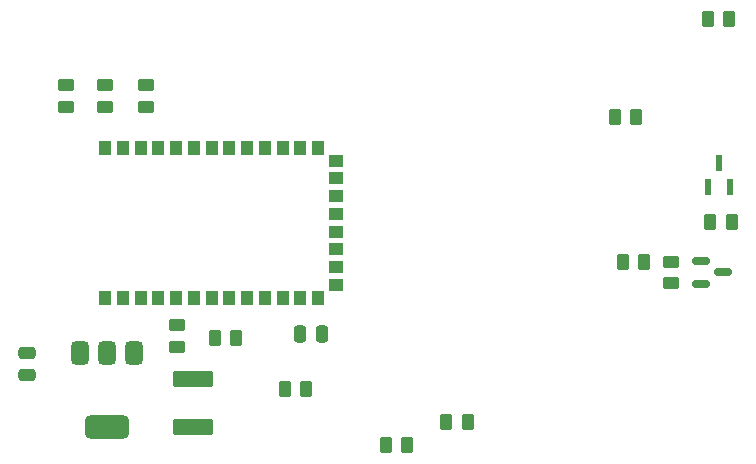
<source format=gbr>
%TF.GenerationSoftware,KiCad,Pcbnew,9.0.1*%
%TF.CreationDate,2025-05-26T15:55:47+03:00*%
%TF.ProjectId,KeyboardSecurity,4b657962-6f61-4726-9453-656375726974,rev?*%
%TF.SameCoordinates,Original*%
%TF.FileFunction,Paste,Top*%
%TF.FilePolarity,Positive*%
%FSLAX46Y46*%
G04 Gerber Fmt 4.6, Leading zero omitted, Abs format (unit mm)*
G04 Created by KiCad (PCBNEW 9.0.1) date 2025-05-26 15:55:47*
%MOMM*%
%LPD*%
G01*
G04 APERTURE LIST*
G04 Aperture macros list*
%AMRoundRect*
0 Rectangle with rounded corners*
0 $1 Rounding radius*
0 $2 $3 $4 $5 $6 $7 $8 $9 X,Y pos of 4 corners*
0 Add a 4 corners polygon primitive as box body*
4,1,4,$2,$3,$4,$5,$6,$7,$8,$9,$2,$3,0*
0 Add four circle primitives for the rounded corners*
1,1,$1+$1,$2,$3*
1,1,$1+$1,$4,$5*
1,1,$1+$1,$6,$7*
1,1,$1+$1,$8,$9*
0 Add four rect primitives between the rounded corners*
20,1,$1+$1,$2,$3,$4,$5,0*
20,1,$1+$1,$4,$5,$6,$7,0*
20,1,$1+$1,$6,$7,$8,$9,0*
20,1,$1+$1,$8,$9,$2,$3,0*%
G04 Aperture macros list end*
%ADD10RoundRect,0.250000X0.262500X0.450000X-0.262500X0.450000X-0.262500X-0.450000X0.262500X-0.450000X0*%
%ADD11RoundRect,0.250000X0.450000X-0.262500X0.450000X0.262500X-0.450000X0.262500X-0.450000X-0.262500X0*%
%ADD12RoundRect,0.249999X1.450001X-0.450001X1.450001X0.450001X-1.450001X0.450001X-1.450001X-0.450001X0*%
%ADD13RoundRect,0.150000X-0.587500X-0.150000X0.587500X-0.150000X0.587500X0.150000X-0.587500X0.150000X0*%
%ADD14RoundRect,0.250000X-0.475000X0.250000X-0.475000X-0.250000X0.475000X-0.250000X0.475000X0.250000X0*%
%ADD15RoundRect,0.250000X-0.250000X-0.475000X0.250000X-0.475000X0.250000X0.475000X-0.250000X0.475000X0*%
%ADD16RoundRect,0.073750X0.221250X-0.576250X0.221250X0.576250X-0.221250X0.576250X-0.221250X-0.576250X0*%
%ADD17R,1.000000X1.300000*%
%ADD18R,1.300000X1.000000*%
%ADD19RoundRect,0.250000X-0.262500X-0.450000X0.262500X-0.450000X0.262500X0.450000X-0.262500X0.450000X0*%
%ADD20RoundRect,0.375000X-0.375000X0.625000X-0.375000X-0.625000X0.375000X-0.625000X0.375000X0.625000X0*%
%ADD21RoundRect,0.500000X-1.400000X0.500000X-1.400000X-0.500000X1.400000X-0.500000X1.400000X0.500000X0*%
%ADD22RoundRect,0.250000X-0.450000X0.262500X-0.450000X-0.262500X0.450000X-0.262500X0.450000X0.262500X0*%
G04 APERTURE END LIST*
D10*
%TO.C,R12*%
X131012500Y-79800000D03*
X129187500Y-79800000D03*
%TD*%
%TO.C,R13*%
X138912500Y-71500000D03*
X137087500Y-71500000D03*
%TD*%
D11*
%TO.C,R11*%
X89547700Y-78915900D03*
X89547700Y-77090900D03*
%TD*%
D12*
%TO.C,C2*%
X93522800Y-106088400D03*
X93522800Y-101988400D03*
%TD*%
D13*
%TO.C,Q2*%
X136499600Y-92003800D03*
X136499600Y-93903800D03*
X138374600Y-92953800D03*
%TD*%
D14*
%TO.C,C1*%
X79400400Y-99786400D03*
X79400400Y-101686400D03*
%TD*%
D10*
%TO.C,R1*%
X97153100Y-98526600D03*
X95328100Y-98526600D03*
%TD*%
D15*
%TO.C,C3*%
X102555000Y-98171000D03*
X104455000Y-98171000D03*
%TD*%
D16*
%TO.C,Q1*%
X137099000Y-85708600D03*
X138999000Y-85708600D03*
X138049000Y-83658600D03*
%TD*%
D11*
%TO.C,R4*%
X86080600Y-78915900D03*
X86080600Y-77090900D03*
%TD*%
%TO.C,R5*%
X82702400Y-78915900D03*
X82702400Y-77090900D03*
%TD*%
D17*
%TO.C,U2*%
X86069400Y-95097600D03*
X87569400Y-95097600D03*
X89069400Y-95097600D03*
X90569400Y-95097600D03*
X92069400Y-95097600D03*
X93569400Y-95097600D03*
X95069400Y-95097600D03*
X96569400Y-95097600D03*
X98069400Y-95097600D03*
X99569400Y-95097600D03*
X101069400Y-95097600D03*
X102569400Y-95097600D03*
X104069400Y-95097600D03*
D18*
X105569400Y-93997600D03*
X105569400Y-92497600D03*
X105569400Y-90997600D03*
X105569400Y-89497600D03*
X105569400Y-87997600D03*
X105569400Y-86497600D03*
X105569400Y-84997600D03*
X105569400Y-83497600D03*
D17*
X104069400Y-82397600D03*
X102569400Y-82397600D03*
X101069400Y-82397600D03*
X99569400Y-82397600D03*
X98069400Y-82397600D03*
X96569400Y-82397600D03*
X95069400Y-82397600D03*
X93569400Y-82397600D03*
X92069400Y-82397600D03*
X90569400Y-82397600D03*
X89069400Y-82397600D03*
X87569400Y-82397600D03*
X86069400Y-82397600D03*
%TD*%
D10*
%TO.C,R8*%
X139113900Y-88722200D03*
X137288900Y-88722200D03*
%TD*%
D19*
%TO.C,R10*%
X129867500Y-92039400D03*
X131692500Y-92039400D03*
%TD*%
D20*
%TO.C,U3*%
X88507600Y-99770800D03*
X86207600Y-99770800D03*
D21*
X86207600Y-106070800D03*
D20*
X83907600Y-99770800D03*
%TD*%
D19*
%TO.C,R6*%
X101271700Y-102844600D03*
X103096700Y-102844600D03*
%TD*%
D22*
%TO.C,R9*%
X133980400Y-92039400D03*
X133980400Y-93864400D03*
%TD*%
D10*
%TO.C,R3*%
X116761900Y-105587800D03*
X114936900Y-105587800D03*
%TD*%
D11*
%TO.C,R2*%
X92125800Y-99261300D03*
X92125800Y-97436300D03*
%TD*%
D19*
%TO.C,R7*%
X109806100Y-107543600D03*
X111631100Y-107543600D03*
%TD*%
M02*

</source>
